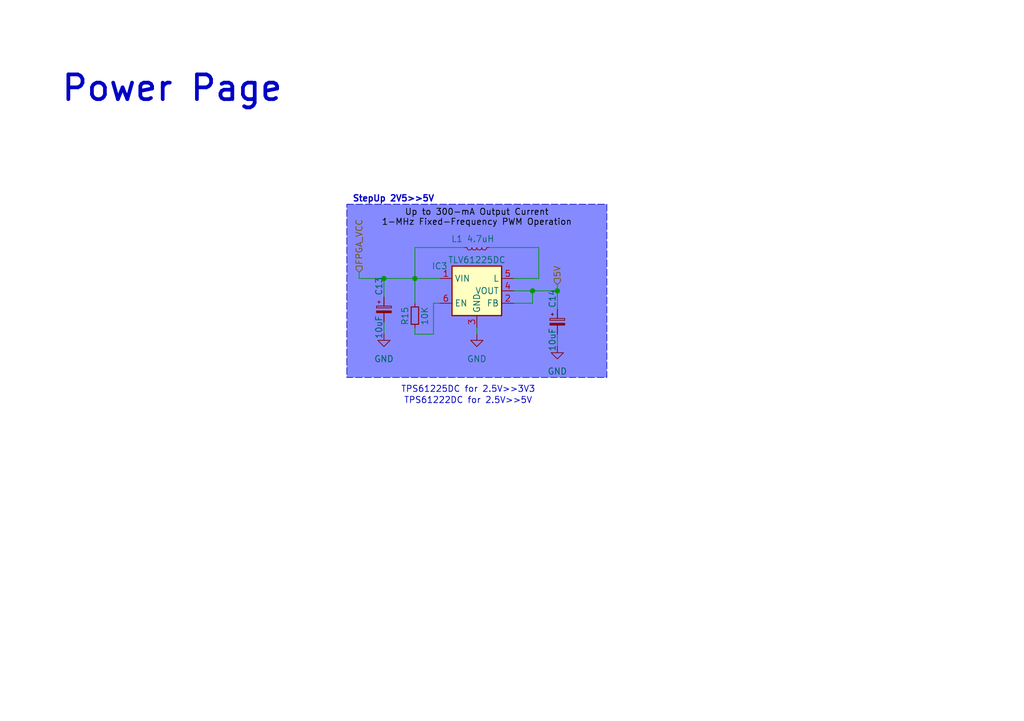
<source format=kicad_sch>
(kicad_sch (version 20231120) (generator "eeschema") (generator_version "8.0")
  (paper "A5")
  (title_block (title "${project_name}  ${project_version} ") (date "2024-12-03") (rev "${project_version} ") (company "${project_creator}") (comment 1 "${project_license}"))
  (lib_symbols
    (symbol "Device:C_Polarized_Small" (pin_numbers hide) (pin_names (offset 0.254) hide)
      (property "Reference" "C" (at 0.254 1.778 0))
      (property "Value" "C_Polarized_Small" (at 0.254 -2.032 0))
      (symbol "C_Polarized_Small_0_1"
        (rectangle (start -1.524 -0.3048) (end 1.524 -0.6858) (fill (type outline)))
        (rectangle (start -1.524 0.6858) (end 1.524 0.3048))
        (polyline (pts (xy -1.27 1.524) (xy -0.762 1.524)))
        (polyline (pts (xy -1.016 1.27) (xy -1.016 1.778)))
      )
      (symbol "C_Polarized_Small_1_1"
        (pin passive line (at 0 2.54 270) (length 1.8542) (name "~") (number "1"))
        (pin passive line (at 0 -2.54 90) (length 1.8542) (name "~") (number "2"))
      )
    )
    (symbol "Device:L_Small" (pin_numbers hide) (pin_names (offset 0.254) hide)
      (property "Reference" "L" (at 0.762 1.016 0))
      (property "Value" "L_Small" (at 0.762 -1.016 0))
      (symbol "L_Small_0_1"
        (arc (start 0 -2.032) (mid 0.5058 -1.524) (end 0 -1.016))
        (arc (start 0 -1.016) (mid 0.5058 -0.508) (end 0 0))
        (arc (start 0 0) (mid 0.5058 0.508) (end 0 1.016))
        (arc (start 0 1.016) (mid 0.5058 1.524) (end 0 2.032))
      )
      (symbol "L_Small_1_1"
        (pin passive line (at 0 2.54 270) (length 0.508) (name "~") (number "1"))
        (pin passive line (at 0 -2.54 90) (length 0.508) (name "~") (number "2"))
      )
    )
    (symbol "Device:R_Small" (pin_numbers hide) (pin_names (offset 0.254) hide)
      (property "Reference" "R" (at 0.762 0.508 0))
      (property "Value" "R_Small" (at 0.762 -1.016 0))
      (symbol "R_Small_0_1"
        (rectangle (start -0.762 1.778) (end 0.762 -1.778) (stroke (width 0.2032)))
      )
      (symbol "R_Small_1_1"
        (pin passive line (at 0 2.54 270) (length 0.762) (name "~") (number "1"))
        (pin passive line (at 0 -2.54 90) (length 0.762) (name "~") (number "2"))
      )
    )
    (symbol "GND_1" (power) (pin_numbers hide) (pin_names (offset 0) hide)
      (property "Value" "GND" (at 0 -3.81 0))
      (symbol "GND_1_0_1"
        (polyline (pts (xy 0 0) (xy 0 -1.27) (xy 1.27 -1.27) (xy 0 -2.54) (xy -1.27 -1.27) (xy 0 -1.27)))
      )
      (symbol "GND_1_1_1"
        (pin power_in line (at 0 0 270) (length 0) (name "~") (number "1"))
      )
    )
    (symbol "Regulator_Switching:TLV61225DC"
      (property "Reference" "U" (at -5.08 6.35 0))
      (property "Value" "TLV61225DC" (at 0 6.35 0))
      (symbol "TLV61225DC_0_1"
        (rectangle (start -5.08 5.08) (end 5.08 -5.08) (stroke (width 0.254)) (fill (type background)))
      )
      (symbol "TLV61225DC_1_1"
        (pin power_in line (at -7.62 2.54 0) (length 2.54) (name "VIN") (number "1"))
        (pin input line (at 7.62 -2.54 180) (length 2.54) (name "FB") (number "2"))
        (pin power_in line (at 0 -7.62 90) (length 2.54) (name "GND") (number "3"))
        (pin power_out line (at 7.62 0 180) (length 2.54) (name "VOUT") (number "4"))
        (pin input line (at 7.62 2.54 180) (length 2.54) (name "L") (number "5"))
        (pin input line (at -7.62 -2.54 0) (length 2.54) (name "EN") (number "6"))
      )
    )
  )
  (junction (at 85.09 57.15))
  (junction (at 109.22 59.69))
  (junction (at 78.74 57.15))
  (junction (at 114.3 59.69))
  (wire (pts (xy 109.22 59.69) (xy 114.3 59.69)))
  (wire (pts (xy 85.09 67.31) (xy 85.09 68.58)))
  (wire (pts (xy 85.09 68.58) (xy 88.9 68.58)))
  (wire (pts (xy 85.09 57.15) (xy 90.17 57.15)))
  (wire (pts (xy 85.09 57.15) (xy 85.09 62.23)))
  (wire (pts (xy 97.79 67.31) (xy 97.79 68.58)))
  (wire (pts (xy 110.49 50.8) (xy 110.49 57.15)))
  (wire (pts (xy 105.41 62.23) (xy 109.22 62.23)))
  (wire (pts (xy 88.9 62.23) (xy 90.17 62.23)))
  (wire (pts (xy 110.49 57.15) (xy 105.41 57.15)))
  (wire (pts (xy 78.74 57.15) (xy 85.09 57.15)))
  (wire (pts (xy 114.3 59.69) (xy 114.3 63.5)))
  (wire (pts (xy 73.66 57.15) (xy 78.74 57.15)))
  (wire (pts (xy 105.41 59.69) (xy 109.22 59.69)))
  (wire (pts (xy 109.22 62.23) (xy 109.22 59.69)))
  (wire (pts (xy 78.74 66.04) (xy 78.74 68.58)))
  (wire (pts (xy 78.74 57.15) (xy 78.74 60.96)))
  (wire (pts (xy 100.33 50.8) (xy 110.49 50.8)))
  (wire (pts (xy 95.25 50.8) (xy 85.09 50.8)))
  (wire (pts (xy 73.66 55.88) (xy 73.66 57.15)))
  (wire (pts (xy 88.9 68.58) (xy 88.9 62.23)))
  (wire (pts (xy 85.09 50.8) (xy 85.09 57.15)))
  (wire (pts (xy 114.3 71.12) (xy 114.3 68.58)))
  (wire (pts (xy 114.3 58.42) (xy 114.3 59.69)))
  (rectangle (start 71.12 41.91) (end 124.46 77.47) (stroke (width 0.127) (type dash)) (fill (type color) (color 0 12 255 0.48)))
  (text "Power Page" (at 35.306 18.288 0) (effects (font (size 5.08 5.08) (thickness 0.762) (bold yes))))
  (text "StepUp 2V5>>5V" (at 89.154 41.656 0) (effects (font (size 1.27 1.27) (bold yes)) (justify right bottom)))
  (text "Up to 300-mA Output Current\n1-MHz Fixed-Frequency PWM Operation" (at 97.79 44.704 0) (effects (font (size 1.27 1.27))))
  (text "TPS61222DC for 2.5V>>5V" (at 96.012 82.296 0) (effects (font (size 1.27 1.27))))
  (text "TPS61225DC for 2.5V>>3V3" (at 96.012 80.01 0) (effects (font (size 1.27 1.27))))
  (hierarchical_label "FPGA_VCC" (shape input) (at 73.66 55.88 90))
  (hierarchical_label "5V" (shape input) (at 114.3 58.42 90))
  (symbol (lib_name "GND_1") (lib_id "power:GND") (at 97.79 68.58 0) (unit 1)
    (property "Reference" "#PWR02" (effects (hide yes)))
    (property "Value" "GND" (at 97.79 73.66 0))
    (property "Description" "Power symbol creates a global label with name \"GND\" , ground" (effects (hide yes)))
  )
  (symbol (lib_name "GND_1") (lib_id "power:GND") (at 114.3 71.12 0) (unit 1)
    (property "Reference" "#PWR03" (effects (hide yes)))
    (property "Value" "GND" (at 114.3 76.2 0))
    (property "Description" "Power symbol creates a global label with name \"GND\" , ground" (effects (hide yes)))
  )
  (symbol (lib_id "Regulator_Switching:TLV61225DC") (at 97.79 59.69 0) (unit 1)
    (property "Reference" "IC3" (at 90.17 54.61 0))
    (property "Value" "TLV61225DC" (at 97.79 53.34 0))
    (property "Footprint" "Package_TO_SOT_SMD:SOT-363_SC-70-6" (effects (hide yes)))
    (property "Datasheet" "https://www.ti.com/lit/ds/symlink/tlv61225.pdf" (effects (hide yes)))
    (property "Description" "Fixed 3.3V Output Voltage Boost Converter with Power Diode and Isolation Switch, 5uA Quiescent Current, SOT-363" (effects (hide yes)))
  )
  (symbol (lib_id "Device:C_Polarized_Small") (at 114.3 66.04 0) (unit 1)
    (property "Reference" "C14" (at 113.284 63.246 90) (effects (justify left)))
    (property "Value" "10uF" (at 113.284 72.136 90) (effects (justify left)))
    (property "Footprint" "Capacitor_SMD:C_0603_1608Metric" (effects (hide yes)))
    (property "Datasheet" "TAJA106K016RNJ" (effects (hide yes)))
    (property "Description" "Polarized capacitor, small symbol" (effects (hide yes)))
  )
  (symbol (lib_id "Device:L_Small") (at 97.79 50.8 270) (unit 1)
    (property "Reference" "L1" (at 93.726 49.022 90))
    (property "Value" "4.7uH" (at 98.552 49.022 90))
    (property "Footprint" "Inductor_SMD:L_0603_1608Metric" (effects (hide yes)))
  )
  (symbol (lib_id "Device:C_Polarized_Small") (at 78.74 63.5 0) (unit 1)
    (property "Reference" "C13" (at 77.724 60.706 90) (effects (justify left)))
    (property "Value" "10uF" (at 77.724 69.596 90) (effects (justify left)))
    (property "Footprint" "Capacitor_SMD:C_0603_1608Metric" (effects (hide yes)))
    (property "Datasheet" "TAJA106K016RNJ" (effects (hide yes)))
    (property "Description" "Polarized capacitor, small symbol" (effects (hide yes)))
  )
  (symbol (lib_id "Device:R_Small") (at 85.09 64.77 0) (unit 1)
    (property "Reference" "R15" (at 83.058 66.802 90) (effects (justify left)))
    (property "Value" "10K" (at 87.122 66.802 90) (effects (justify left)))
    (property "Footprint" "Resistor_SMD:R_0402_1005Metric" (effects (hide yes)))
    (property "Description" "Resistor, small symbol" (effects (hide yes)))
    (property "MPN" " RC0603FR-071K1L" (effects (hide yes)))
    (property "Mouser" "603-RC0603FR-071K1L" (effects (hide yes)))
  )
  (symbol (lib_name "GND_1") (lib_id "power:GND") (at 78.74 68.58 0) (unit 1)
    (property "Reference" "#PWR01" (effects (hide yes)))
    (property "Value" "GND" (at 78.74 73.66 0))
    (property "Description" "Power symbol creates a global label with name \"GND\" , ground" (effects (hide yes)))
  )
)
</source>
